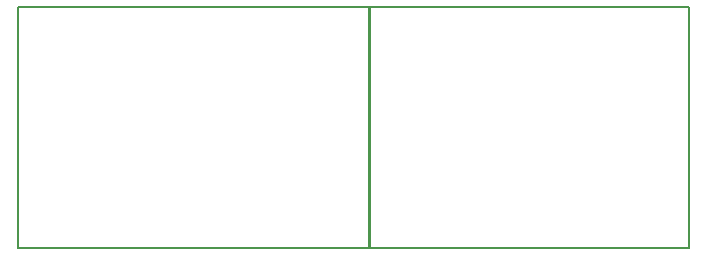
<source format=gbo>
G04*
G04 #@! TF.GenerationSoftware,Altium Limited,Altium Designer,20.0.2 (26)*
G04*
G04 Layer_Color=32896*
%FSLAX25Y25*%
%MOIN*%
G70*
G01*
G75*
%ADD10C,0.00787*%
%ADD11C,0.01000*%
D10*
X359261Y231102D02*
X582883D01*
Y311417D01*
X359261D02*
X582883D01*
X359261Y231102D02*
Y311417D01*
D11*
X476378Y231201D02*
Y311220D01*
M02*

</source>
